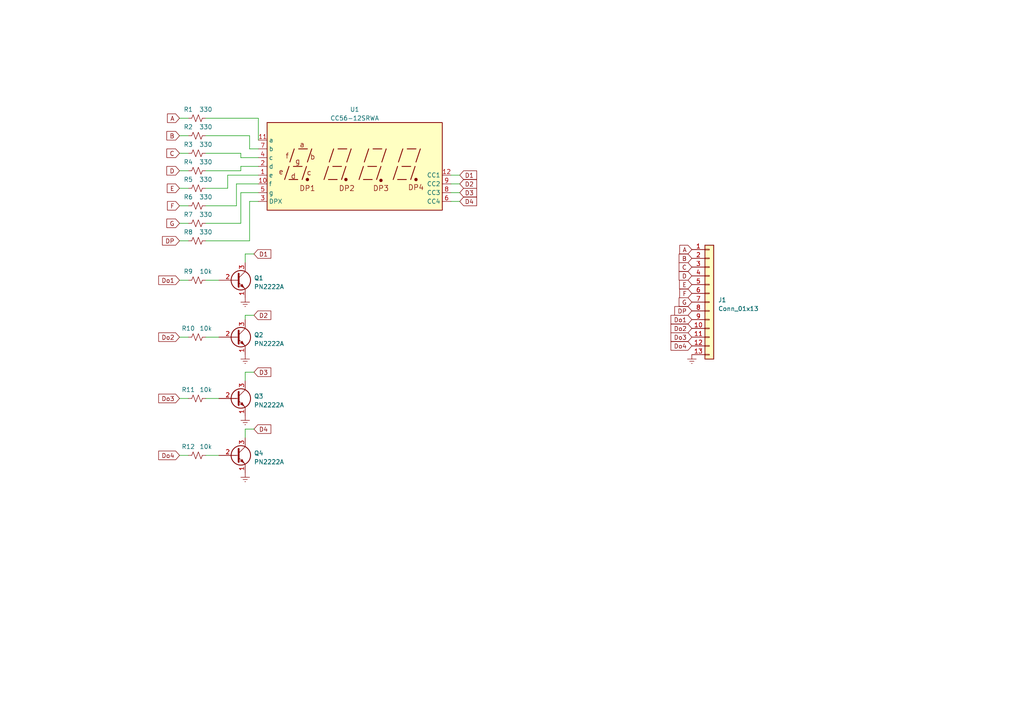
<source format=kicad_sch>
(kicad_sch (version 20230121) (generator eeschema)
  (paper "A4")
  (lib_symbols
    (symbol "Connector_Generic:Conn_01x13" (pin_names (offset 1.016) hide)
      (property "Reference" "J" (at 0 17.78 0))
      (property "Value" "Conn_01x13" (at 0 -17.78 0))
      (symbol "Conn_01x13_1_1"
        (rectangle (start -1.27 -15.113) (end 0 -15.367) (stroke (width 0.1524)))
        (rectangle (start -1.27 -12.573) (end 0 -12.827) (stroke (width 0.1524)))
        (rectangle (start -1.27 -10.033) (end 0 -10.287) (stroke (width 0.1524)))
        (rectangle (start -1.27 -7.493) (end 0 -7.747) (stroke (width 0.1524)))
        (rectangle (start -1.27 -4.953) (end 0 -5.207) (stroke (width 0.1524)))
        (rectangle (start -1.27 -2.413) (end 0 -2.667) (stroke (width 0.1524)))
        (rectangle (start -1.27 0.127) (end 0 -0.127) (stroke (width 0.1524)))
        (rectangle (start -1.27 2.667) (end 0 2.413) (stroke (width 0.1524)))
        (rectangle (start -1.27 5.207) (end 0 4.953) (stroke (width 0.1524)))
        (rectangle (start -1.27 7.747) (end 0 7.493) (stroke (width 0.1524)))
        (rectangle (start -1.27 10.287) (end 0 10.033) (stroke (width 0.1524)))
        (rectangle (start -1.27 12.827) (end 0 12.573) (stroke (width 0.1524)))
        (rectangle (start -1.27 15.367) (end 0 15.113) (stroke (width 0.1524)))
        (rectangle (start -1.27 16.51) (end 1.27 -16.51) (stroke (width 0.254)) (fill (type background)))
        (pin passive line (at -5.08 15.24 0) (length 3.81) (name "Pin_1") (number "1"))
        (pin passive line (at -5.08 -7.62 0) (length 3.81) (name "Pin_10") (number "10"))
        (pin passive line (at -5.08 -10.16 0) (length 3.81) (name "Pin_11") (number "11"))
        (pin passive line (at -5.08 -12.7 0) (length 3.81) (name "Pin_12") (number "12"))
        (pin passive line (at -5.08 -15.24 0) (length 3.81) (name "Pin_13") (number "13"))
        (pin passive line (at -5.08 12.7 0) (length 3.81) (name "Pin_2") (number "2"))
        (pin passive line (at -5.08 10.16 0) (length 3.81) (name "Pin_3") (number "3"))
        (pin passive line (at -5.08 7.62 0) (length 3.81) (name "Pin_4") (number "4"))
        (pin passive line (at -5.08 5.08 0) (length 3.81) (name "Pin_5") (number "5"))
        (pin passive line (at -5.08 2.54 0) (length 3.81) (name "Pin_6") (number "6"))
        (pin passive line (at -5.08 0 0) (length 3.81) (name "Pin_7") (number "7"))
        (pin passive line (at -5.08 -2.54 0) (length 3.81) (name "Pin_8") (number "8"))
        (pin passive line (at -5.08 -5.08 0) (length 3.81) (name "Pin_9") (number "9"))
      )
    )
    (symbol "Device:R_Small_US" (pin_numbers hide) (pin_names (offset 0.254) hide)
      (property "Reference" "R" (at 0.762 0.508 0))
      (property "Value" "R_Small_US" (at 0.762 -1.016 0))
      (symbol "R_Small_US_1_1"
        (polyline (pts (xy 0 0) (xy 1.016 -0.381) (xy 0 -0.762) (xy -1.016 -1.143) (xy 0 -1.524)))
        (polyline (pts (xy 0 1.524) (xy 1.016 1.143) (xy 0 0.762) (xy -1.016 0.381) (xy 0 0)))
        (pin passive line (at 0 2.54 270) (length 1.016) (name "~") (number "1"))
        (pin passive line (at 0 -2.54 90) (length 1.016) (name "~") (number "2"))
      )
    )
    (symbol "Display_Character:CC56-12SRWA"
      (property "Reference" "U" (at -24.13 13.97 0))
      (property "Value" "CC56-12SRWA" (at 17.78 13.97 0))
      (symbol "CC56-12SRWA_0_0"
        (rectangle (start -25.4 12.7) (end 25.4 -12.7) (stroke (width 0.254)) (fill (type background)))
        (polyline (pts (xy -20.32 -3.81) (xy -19.05 0)) (stroke (width 0.254)))
        (polyline (pts (xy -19.05 -3.81) (xy -16.51 -3.81)) (stroke (width 0.254)))
        (polyline (pts (xy -18.796 1.27) (xy -17.526 5.08)) (stroke (width 0.254)))
        (polyline (pts (xy -17.78 0) (xy -15.24 0)) (stroke (width 0.254)))
        (polyline (pts (xy -16.256 5.08) (xy -13.716 5.08)) (stroke (width 0.254)))
        (polyline (pts (xy -15.24 -3.81) (xy -13.97 0)) (stroke (width 0.254)))
        (polyline (pts (xy -13.716 1.27) (xy -12.446 5.08)) (stroke (width 0.254)))
        (polyline (pts (xy -8.89 -3.81) (xy -7.62 0)) (stroke (width 0.254)))
        (polyline (pts (xy -7.62 -3.81) (xy -5.08 -3.81)) (stroke (width 0.254)))
        (polyline (pts (xy -7.366 1.27) (xy -6.096 5.08)) (stroke (width 0.254)))
        (polyline (pts (xy -6.35 0) (xy -3.81 0)) (stroke (width 0.254)))
        (polyline (pts (xy -4.826 5.08) (xy -2.286 5.08)) (stroke (width 0.254)))
        (polyline (pts (xy -3.81 -3.81) (xy -2.54 0)) (stroke (width 0.254)))
        (polyline (pts (xy -2.286 1.27) (xy -1.016 5.08)) (stroke (width 0.254)))
        (polyline (pts (xy 1.27 -3.81) (xy 2.54 0)) (stroke (width 0.254)))
        (polyline (pts (xy 2.54 -3.81) (xy 5.08 -3.81)) (stroke (width 0.254)))
        (polyline (pts (xy 2.794 1.27) (xy 4.064 5.08)) (stroke (width 0.254)))
        (polyline (pts (xy 3.81 0) (xy 6.35 0)) (stroke (width 0.254)))
        (polyline (pts (xy 5.334 5.08) (xy 7.874 5.08)) (stroke (width 0.254)))
        (polyline (pts (xy 6.35 -3.81) (xy 7.62 0)) (stroke (width 0.254)))
        (polyline (pts (xy 7.874 1.27) (xy 9.144 5.08)) (stroke (width 0.254)))
        (polyline (pts (xy 11.176 -3.81) (xy 12.446 0)) (stroke (width 0.254)))
        (polyline (pts (xy 12.446 -3.81) (xy 14.986 -3.81)) (stroke (width 0.254)))
        (polyline (pts (xy 12.7 1.27) (xy 13.97 5.08)) (stroke (width 0.254)))
        (polyline (pts (xy 13.716 0) (xy 16.256 0)) (stroke (width 0.254)))
        (polyline (pts (xy 15.24 5.08) (xy 17.78 5.08)) (stroke (width 0.254)))
        (polyline (pts (xy 16.256 -3.81) (xy 17.526 0)) (stroke (width 0.254)))
        (polyline (pts (xy 17.78 1.27) (xy 19.05 5.08)) (stroke (width 0.254)))
        (text "a" (at -15.24 6.35 0) (effects (font (size 1.524 1.524))))
        (text "b" (at -12.192 2.794 0) (effects (font (size 1.524 1.524))))
        (text "c" (at -13.208 -1.778 0) (effects (font (size 1.524 1.524))))
        (text "d" (at -17.78 -2.794 0) (effects (font (size 1.524 1.524))))
        (text "DP1" (at -13.716 -6.35 0) (effects (font (size 1.524 1.524))))
        (text "DP2" (at -2.286 -6.35 0) (effects (font (size 1.524 1.524))))
        (text "DP3" (at 7.62 -6.35 0) (effects (font (size 1.524 1.524))))
        (text "DP4" (at 17.78 -6.096 0) (effects (font (size 1.524 1.524))))
        (text "e" (at -21.336 -1.524 0) (effects (font (size 1.524 1.524))))
        (text "f" (at -19.558 3.048 0) (effects (font (size 1.524 1.524))))
        (text "g" (at -16.51 1.524 0) (effects (font (size 1.524 1.524))))
      )
      (symbol "CC56-12SRWA_0_1"
        (circle (center -13.716 -3.81) (radius 0.3556) (stroke (width 0.254)) (fill (type outline)))
        (circle (center -2.54 -3.81) (radius 0.3556) (stroke (width 0.254)) (fill (type outline)))
      )
      (symbol "CC56-12SRWA_1_0"
        (circle (center 7.62 -4.064) (radius 0.3556) (stroke (width 0.254)) (fill (type outline)))
        (circle (center 17.78 -3.81) (radius 0.3556) (stroke (width 0.254)) (fill (type outline)))
      )
      (symbol "CC56-12SRWA_1_1"
        (pin input line (at -27.94 -2.54 0) (length 2.54) (name "e") (number "1"))
        (pin input line (at -27.94 -5.08 0) (length 2.54) (name "f") (number "10"))
        (pin input line (at -27.94 7.62 0) (length 2.54) (name "a") (number "11"))
        (pin input line (at 27.94 -2.54 180) (length 2.54) (name "CC1") (number "12"))
        (pin input line (at -27.94 0 0) (length 2.54) (name "d") (number "2"))
        (pin input line (at -27.94 -10.16 0) (length 2.54) (name "DPX") (number "3"))
        (pin input line (at -27.94 2.54 0) (length 2.54) (name "c") (number "4"))
        (pin input line (at -27.94 -7.62 0) (length 2.54) (name "g") (number "5"))
        (pin input line (at 27.94 -10.16 180) (length 2.54) (name "CC4") (number "6"))
        (pin input line (at -27.94 5.08 0) (length 2.54) (name "b") (number "7"))
        (pin input line (at 27.94 -7.62 180) (length 2.54) (name "CC3") (number "8"))
        (pin input line (at 27.94 -5.08 180) (length 2.54) (name "CC2") (number "9"))
      )
    )
    (symbol "Transistor_BJT:PN2222A" (pin_names (offset 0) hide)
      (property "Reference" "Q" (at 5.08 1.905 0))
      (property "Value" "PN2222A" (at 5.08 0 0))
      (symbol "PN2222A_0_1"
        (polyline (pts (xy 0 0) (xy 0.635 0)))
        (polyline (pts (xy 2.54 -2.54) (xy 0.635 -0.635)))
        (polyline (pts (xy 2.54 2.54) (xy 0.635 0.635)))
        (polyline (pts (xy 0.635 1.905) (xy 0.635 -1.905) (xy 0.635 -1.905)) (stroke (width 0.508)))
        (polyline (pts (xy 2.413 -2.413) (xy 1.905 -1.905) (xy 1.905 -1.905)))
        (polyline (pts (xy 1.143 -1.651) (xy 1.651 -1.143) (xy 2.159 -2.159) (xy 1.143 -1.651) (xy 1.143 -1.651)) (fill (type outline)))
        (circle (center 1.27 0) (radius 2.8194) (stroke (width 0.254)))
      )
      (symbol "PN2222A_1_1"
        (pin passive line (at 2.54 -5.08 90) (length 2.54) (name "E") (number "1"))
        (pin input line (at -5.08 0 0) (length 5.08) (name "B") (number "2"))
        (pin passive line (at 2.54 5.08 270) (length 2.54) (name "C") (number "3"))
      )
    )
    (symbol "power:GNDREF" (power) (pin_names (offset 0))
      (property "Value" "GNDREF" (at 0 -3.81 0))
      (symbol "GNDREF_0_1"
        (polyline (pts (xy -0.635 -1.905) (xy 0.635 -1.905)))
        (polyline (pts (xy -0.127 -2.54) (xy 0.127 -2.54)))
        (polyline (pts (xy 0 -1.27) (xy 0 0)))
        (polyline (pts (xy 1.27 -1.27) (xy -1.27 -1.27)))
      )
      (symbol "GNDREF_1_1"
        (pin power_in line (at 0 0 270) (length 0) hide (name "GNDREF") (number "1"))
      )
    )
  )
  (wire (pts (xy 68.58 59.69) (xy 59.69 59.69)))
  (wire (pts (xy 59.69 97.79) (xy 63.5 97.79)))
  (wire (pts (xy 59.69 132.08) (xy 63.5 132.08)))
  (wire (pts (xy 74.93 40.64) (xy 74.93 34.29)))
  (wire (pts (xy 59.69 49.53) (xy 69.85 49.53)))
  (wire (pts (xy 52.07 115.57) (xy 54.61 115.57)))
  (wire (pts (xy 130.81 53.34) (xy 133.35 53.34)))
  (wire (pts (xy 73.66 124.46) (xy 71.12 124.46)))
  (wire (pts (xy 74.93 45.72) (xy 69.85 45.72)))
  (wire (pts (xy 71.12 124.46) (xy 71.12 127)))
  (wire (pts (xy 52.07 97.79) (xy 54.61 97.79)))
  (wire (pts (xy 68.58 53.34) (xy 68.58 59.69)))
  (wire (pts (xy 74.93 55.88) (xy 69.85 55.88)))
  (wire (pts (xy 71.12 92.71) (xy 71.12 91.44)))
  (wire (pts (xy 52.07 44.45) (xy 54.61 44.45)))
  (wire (pts (xy 69.85 48.26) (xy 69.85 49.53)))
  (wire (pts (xy 130.81 55.88) (xy 133.35 55.88)))
  (wire (pts (xy 69.85 44.45) (xy 59.69 44.45)))
  (wire (pts (xy 52.07 132.08) (xy 54.61 132.08)))
  (wire (pts (xy 52.07 39.37) (xy 54.61 39.37)))
  (wire (pts (xy 130.81 50.8) (xy 133.35 50.8)))
  (wire (pts (xy 69.85 45.72) (xy 69.85 44.45)))
  (wire (pts (xy 72.39 43.18) (xy 72.39 39.37)))
  (wire (pts (xy 52.07 49.53) (xy 54.61 49.53)))
  (wire (pts (xy 69.85 64.77) (xy 59.69 64.77)))
  (wire (pts (xy 71.12 76.2) (xy 71.12 73.66)))
  (wire (pts (xy 59.69 81.28) (xy 63.5 81.28)))
  (wire (pts (xy 59.69 39.37) (xy 72.39 39.37)))
  (wire (pts (xy 74.93 34.29) (xy 59.69 34.29)))
  (wire (pts (xy 73.66 107.95) (xy 71.12 107.95)))
  (wire (pts (xy 71.12 73.66) (xy 73.66 73.66)))
  (wire (pts (xy 52.07 34.29) (xy 54.61 34.29)))
  (wire (pts (xy 66.04 54.61) (xy 59.69 54.61)))
  (wire (pts (xy 130.81 58.42) (xy 133.35 58.42)))
  (wire (pts (xy 74.93 53.34) (xy 68.58 53.34)))
  (wire (pts (xy 69.85 55.88) (xy 69.85 64.77)))
  (wire (pts (xy 74.93 43.18) (xy 72.39 43.18)))
  (wire (pts (xy 74.93 58.42) (xy 72.39 58.42)))
  (wire (pts (xy 52.07 69.85) (xy 54.61 69.85)))
  (wire (pts (xy 72.39 58.42) (xy 72.39 69.85)))
  (wire (pts (xy 52.07 59.69) (xy 54.61 59.69)))
  (wire (pts (xy 72.39 69.85) (xy 59.69 69.85)))
  (wire (pts (xy 66.04 50.8) (xy 74.93 50.8)))
  (wire (pts (xy 59.69 115.57) (xy 63.5 115.57)))
  (wire (pts (xy 52.07 54.61) (xy 54.61 54.61)))
  (wire (pts (xy 71.12 107.95) (xy 71.12 110.49)))
  (wire (pts (xy 66.04 50.8) (xy 66.04 54.61)))
  (wire (pts (xy 74.93 48.26) (xy 69.85 48.26)))
  (wire (pts (xy 71.12 91.44) (xy 73.66 91.44)))
  (wire (pts (xy 52.07 64.77) (xy 54.61 64.77)))
  (wire (pts (xy 52.07 81.28) (xy 54.61 81.28)))
  (global_label "G" (shape input) (at 52.07 64.77 180) (property "Intersheetrefs" "${INTERSHEET_REFS}" (effects hide)))
  (global_label "Do3" (shape input) (at 200.66 97.79 180) (property "Intersheetrefs" "${INTERSHEET_REFS}" (effects hide)))
  (global_label "C" (shape input) (at 200.66 77.47 180) (property "Intersheetrefs" "${INTERSHEET_REFS}" (effects hide)))
  (global_label "Do2" (shape input) (at 200.66 95.25 180) (property "Intersheetrefs" "${INTERSHEET_REFS}" (effects hide)))
  (global_label "DP" (shape input) (at 200.66 90.17 180) (property "Intersheetrefs" "${INTERSHEET_REFS}" (effects hide)))
  (global_label "Do3" (shape input) (at 52.07 115.57 180) (property "Intersheetrefs" "${INTERSHEET_REFS}" (effects hide)))
  (global_label "D1" (shape input) (at 73.66 73.66 0) (property "Intersheetrefs" "${INTERSHEET_REFS}" (effects hide)))
  (global_label "Do1" (shape input) (at 200.66 92.71 180) (property "Intersheetrefs" "${INTERSHEET_REFS}" (effects hide)))
  (global_label "D3" (shape input) (at 133.35 55.88 0) (property "Intersheetrefs" "${INTERSHEET_REFS}" (effects hide)))
  (global_label "Do4" (shape input) (at 52.07 132.08 180) (property "Intersheetrefs" "${INTERSHEET_REFS}" (effects hide)))
  (global_label "D4" (shape input) (at 133.35 58.42 0) (property "Intersheetrefs" "${INTERSHEET_REFS}" (effects hide)))
  (global_label "Do4" (shape input) (at 200.66 100.33 180) (property "Intersheetrefs" "${INTERSHEET_REFS}" (effects hide)))
  (global_label "C" (shape input) (at 52.07 44.45 180) (property "Intersheetrefs" "${INTERSHEET_REFS}" (effects hide)))
  (global_label "D3" (shape input) (at 73.66 107.95 0) (property "Intersheetrefs" "${INTERSHEET_REFS}" (effects hide)))
  (global_label "F" (shape input) (at 200.66 85.09 180) (property "Intersheetrefs" "${INTERSHEET_REFS}" (effects hide)))
  (global_label "DP" (shape input) (at 52.07 69.85 180) (property "Intersheetrefs" "${INTERSHEET_REFS}" (effects hide)))
  (global_label "D2" (shape input) (at 133.35 53.34 0) (property "Intersheetrefs" "${INTERSHEET_REFS}" (effects hide)))
  (global_label "Do2" (shape input) (at 52.07 97.79 180) (property "Intersheetrefs" "${INTERSHEET_REFS}" (effects hide)))
  (global_label "E" (shape input) (at 200.66 82.55 180) (property "Intersheetrefs" "${INTERSHEET_REFS}" (effects hide)))
  (global_label "B" (shape input) (at 200.66 74.93 180) (property "Intersheetrefs" "${INTERSHEET_REFS}" (effects hide)))
  (global_label "D1" (shape input) (at 133.35 50.8 0) (property "Intersheetrefs" "${INTERSHEET_REFS}" (effects hide)))
  (global_label "D" (shape input) (at 52.07 49.53 180) (property "Intersheetrefs" "${INTERSHEET_REFS}" (effects hide)))
  (global_label "A" (shape input) (at 200.66 72.39 180) (property "Intersheetrefs" "${INTERSHEET_REFS}" (effects hide)))
  (global_label "Do1" (shape input) (at 52.07 81.28 180) (property "Intersheetrefs" "${INTERSHEET_REFS}" (effects hide)))
  (global_label "E" (shape input) (at 52.07 54.61 180) (property "Intersheetrefs" "${INTERSHEET_REFS}" (effects hide)))
  (global_label "G" (shape input) (at 200.66 87.63 180) (property "Intersheetrefs" "${INTERSHEET_REFS}" (effects hide)))
  (global_label "B" (shape input) (at 52.07 39.37 180) (property "Intersheetrefs" "${INTERSHEET_REFS}" (effects hide)))
  (global_label "D4" (shape input) (at 73.66 124.46 0) (property "Intersheetrefs" "${INTERSHEET_REFS}" (effects hide)))
  (global_label "A" (shape input) (at 52.07 34.29 180) (property "Intersheetrefs" "${INTERSHEET_REFS}" (effects hide)))
  (global_label "F" (shape input) (at 52.07 59.69 180) (property "Intersheetrefs" "${INTERSHEET_REFS}" (effects hide)))
  (global_label "D2" (shape input) (at 73.66 91.44 0) (property "Intersheetrefs" "${INTERSHEET_REFS}" (effects hide)))
  (global_label "D" (shape input) (at 200.66 80.01 180) (property "Intersheetrefs" "${INTERSHEET_REFS}" (effects hide)))
  (symbol (lib_id "Device:R_Small_US") (at 57.15 69.85 90) (unit 1)
    (property "Reference" "R8" (at 54.61 67.31 90))
    (property "Value" "330" (at 59.69 67.31 90))
    (property "Footprint" "Resistor_SMD:R_0603_1608Metric_Pad0.98x0.95mm_HandSolder" (effects hide))
  )
  (symbol (lib_id "Device:R_Small_US") (at 57.15 97.79 90) (unit 1)
    (property "Reference" "R10" (at 54.61 95.25 90))
    (property "Value" "10k" (at 59.69 95.25 90))
    (property "Footprint" "Resistor_SMD:R_0603_1608Metric_Pad0.98x0.95mm_HandSolder" (effects hide))
  )
  (symbol (lib_id "power:GNDREF") (at 71.12 120.65 0) (unit 1)
    (property "Reference" "#PWR04" (effects hide))
    (property "Value" "GNDREF" (effects hide))
  )
  (symbol (lib_id "Transistor_BJT:PN2222A") (at 68.58 132.08 0) (unit 1)
    (property "Reference" "Q4" (at 73.66 131.445 0) (effects (justify left)))
    (property "Value" "PN2222A" (at 73.66 133.985 0) (effects (justify left)))
    (property "Footprint" "Package_TO_SOT_THT:TO-92_Inline" (effects hide))
    (property "Datasheet" "https://www.onsemi.com/pub/Collateral/PN2222-D.PDF" (effects hide))
  )
  (symbol (lib_id "Device:R_Small_US") (at 57.15 132.08 90) (unit 1)
    (property "Reference" "R12" (at 54.61 129.54 90))
    (property "Value" "10k" (at 59.69 129.54 90))
    (property "Footprint" "Resistor_SMD:R_0603_1608Metric_Pad0.98x0.95mm_HandSolder" (effects hide))
  )
  (symbol (lib_id "Device:R_Small_US") (at 57.15 59.69 90) (unit 1)
    (property "Reference" "R6" (at 54.61 57.15 90))
    (property "Value" "330" (at 59.69 57.15 90))
    (property "Footprint" "Resistor_SMD:R_0603_1608Metric_Pad0.98x0.95mm_HandSolder" (effects hide))
  )
  (symbol (lib_id "Device:R_Small_US") (at 57.15 64.77 90) (unit 1)
    (property "Reference" "R7" (at 54.61 62.23 90))
    (property "Value" "330" (at 59.69 62.23 90))
    (property "Footprint" "Resistor_SMD:R_0603_1608Metric_Pad0.98x0.95mm_HandSolder" (effects hide))
  )
  (symbol (lib_id "Display_Character:CC56-12SRWA") (at 102.87 48.26 0) (unit 1)
    (property "Reference" "U1" (at 102.87 31.75 0))
    (property "Value" "CC56-12SRWA" (at 102.87 34.29 0))
    (property "Footprint" "Display_7Segment:CA56-12SRWA" (effects hide))
    (property "Datasheet" "http://www.kingbrightusa.com/images/catalog/SPEC/CC56-12SRWA.pdf" (effects hide))
  )
  (symbol (lib_id "Device:R_Small_US") (at 57.15 115.57 90) (unit 1)
    (property "Reference" "R11" (at 54.61 113.03 90))
    (property "Value" "10k" (at 59.69 113.03 90))
    (property "Footprint" "Resistor_SMD:R_0603_1608Metric_Pad0.98x0.95mm_HandSolder" (effects hide))
  )
  (symbol (lib_id "Transistor_BJT:PN2222A") (at 68.58 81.28 0) (unit 1)
    (property "Reference" "Q1" (at 73.66 80.645 0) (effects (justify left)))
    (property "Value" "PN2222A" (at 73.66 83.185 0) (effects (justify left)))
    (property "Footprint" "Package_TO_SOT_THT:TO-92_Inline" (effects hide))
    (property "Datasheet" "https://www.onsemi.com/pub/Collateral/PN2222-D.PDF" (effects hide))
  )
  (symbol (lib_id "power:GNDREF") (at 71.12 137.16 0) (unit 1)
    (property "Reference" "#PWR05" (effects hide))
    (property "Value" "GNDREF" (effects hide))
  )
  (symbol (lib_id "Transistor_BJT:PN2222A") (at 68.58 97.79 0) (unit 1)
    (property "Reference" "Q2" (at 73.66 97.155 0) (effects (justify left)))
    (property "Value" "PN2222A" (at 73.66 99.695 0) (effects (justify left)))
    (property "Footprint" "Package_TO_SOT_THT:TO-92_Inline" (effects hide))
    (property "Datasheet" "https://www.onsemi.com/pub/Collateral/PN2222-D.PDF" (effects hide))
  )
  (symbol (lib_id "Device:R_Small_US") (at 57.15 49.53 90) (unit 1)
    (property "Reference" "R4" (at 54.61 46.99 90))
    (property "Value" "330" (at 59.69 46.99 90))
    (property "Footprint" "Resistor_SMD:R_0603_1608Metric_Pad0.98x0.95mm_HandSolder" (effects hide))
  )
  (symbol (lib_id "power:GNDREF") (at 71.12 102.87 0) (unit 1)
    (property "Reference" "#PWR02" (effects hide))
    (property "Value" "GNDREF" (effects hide))
  )
  (symbol (lib_id "Device:R_Small_US") (at 57.15 34.29 90) (unit 1)
    (property "Reference" "R1" (at 54.61 31.75 90))
    (property "Value" "330" (at 59.69 31.75 90))
    (property "Footprint" "Resistor_SMD:R_0603_1608Metric_Pad0.98x0.95mm_HandSolder" (effects hide))
  )
  (symbol (lib_id "Connector_Generic:Conn_01x13") (at 205.74 87.63 0) (unit 1)
    (property "Reference" "J1" (at 208.28 86.995 0) (effects (justify left)))
    (property "Value" "Conn_01x13" (at 208.28 89.535 0) (effects (justify left)))
    (property "Footprint" "Connector_PinHeader_2.54mm:PinHeader_1x13_P2.54mm_Vertical" (effects hide))
  )
  (symbol (lib_id "power:GNDREF") (at 200.66 102.87 0) (unit 1)
    (property "Reference" "#PWR03" (effects hide))
    (property "Value" "GNDREF" (effects hide))
  )
  (symbol (lib_id "Device:R_Small_US") (at 57.15 44.45 90) (unit 1)
    (property "Reference" "R3" (at 54.61 41.91 90))
    (property "Value" "330" (at 59.69 41.91 90))
    (property "Footprint" "Resistor_SMD:R_0603_1608Metric_Pad0.98x0.95mm_HandSolder" (effects hide))
  )
  (symbol (lib_id "Device:R_Small_US") (at 57.15 81.28 90) (unit 1)
    (property "Reference" "R9" (at 54.61 78.74 90))
    (property "Value" "10k" (at 59.69 78.74 90))
    (property "Footprint" "Resistor_SMD:R_0603_1608Metric_Pad0.98x0.95mm_HandSolder" (effects hide))
  )
  (symbol (lib_id "Device:R_Small_US") (at 57.15 39.37 90) (unit 1)
    (property "Reference" "R2" (at 54.61 36.83 90))
    (property "Value" "330" (at 59.69 36.83 90))
    (property "Footprint" "Resistor_SMD:R_0603_1608Metric_Pad0.98x0.95mm_HandSolder" (effects hide))
  )
  (symbol (lib_id "Transistor_BJT:PN2222A") (at 68.58 115.57 0) (unit 1)
    (property "Reference" "Q3" (at 73.66 114.935 0) (effects (justify left)))
    (property "Value" "PN2222A" (at 73.66 117.475 0) (effects (justify left)))
    (property "Footprint" "Package_TO_SOT_THT:TO-92_Inline" (effects hide))
    (property "Datasheet" "https://www.onsemi.com/pub/Collateral/PN2222-D.PDF" (effects hide))
  )
  (symbol (lib_id "power:GNDREF") (at 71.12 86.36 0) (unit 1)
    (property "Reference" "#PWR01" (effects hide))
    (property "Value" "GNDREF" (effects hide))
  )
  (symbol (lib_id "Device:R_Small_US") (at 57.15 54.61 90) (unit 1)
    (property "Reference" "R5" (at 54.61 52.07 90))
    (property "Value" "330" (at 59.69 52.07 90))
    (property "Footprint" "Resistor_SMD:R_0603_1608Metric_Pad0.98x0.95mm_HandSolder" (effects hide))
  )
)
</source>
